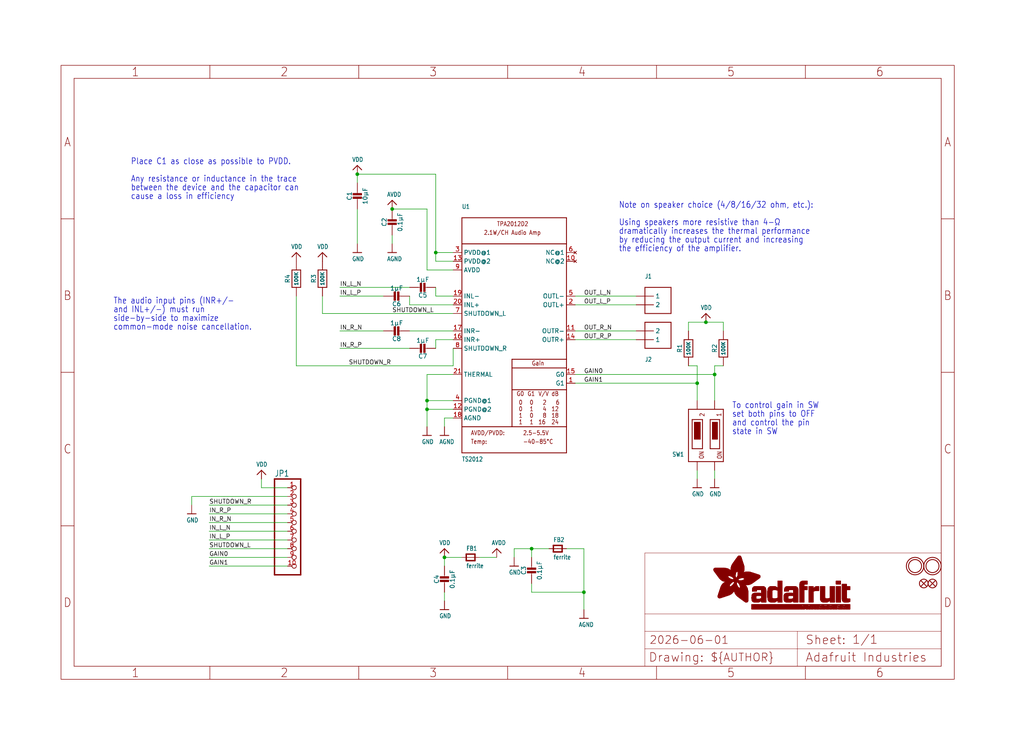
<source format=kicad_sch>
(kicad_sch (version 20230121) (generator eeschema)
  (paper "User" 298.45 217.322)
  (lib_symbols
    (symbol "working-eagle-import:AGND" (power)
      (property "Value" "AGND" (at -1.524 -2.54 0))
      (symbol "AGND_1_0"
        (pin power_in line (at 0 2.54 270) (length 2.54) (name "AGND") (number "1"))
      )
    )
    (symbol "working-eagle-import:AUDIOAMP_TPA2012D2"
      (property "Reference" "U" (at -15.24 33.02 0))
      (symbol "AUDIOAMP_TPA2012D2_1_0"
        (text "-40-85°C" (at 2.54 -35.56 0) (effects (font (size 1.27 1.0795)) (justify left bottom)))
        (text "0" (at 1.27 -26.035 0) (effects (font (size 1.27 1.0795)) (justify left bottom)))
        (text "0" (at 1.27 -24.13 0) (effects (font (size 1.27 1.0795)) (justify left bottom)))
        (text "0" (at 4.445 -27.94 0) (effects (font (size 1.27 1.0795)) (justify left bottom)))
        (text "0" (at 4.445 -24.13 0) (effects (font (size 1.27 1.0795)) (justify left bottom)))
        (text "1" (at 1.27 -29.845 0) (effects (font (size 1.27 1.0795)) (justify left bottom)))
        (text "1" (at 1.27 -27.94 0) (effects (font (size 1.27 1.0795)) (justify left bottom)))
        (text "1" (at 4.445 -29.845 0) (effects (font (size 1.27 1.0795)) (justify left bottom)))
        (text "1" (at 4.445 -26.035 0) (effects (font (size 1.27 1.0795)) (justify left bottom)))
        (text "12" (at 10.795 -26.035 0) (effects (font (size 1.27 1.0795)) (justify left bottom)))
        (text "16" (at 6.985 -29.845 0) (effects (font (size 1.27 1.0795)) (justify left bottom)))
        (text "18" (at 10.795 -27.94 0) (effects (font (size 1.27 1.0795)) (justify left bottom)))
        (text "2" (at 8.255 -24.13 0) (effects (font (size 1.27 1.0795)) (justify left bottom)))
        (text "2.1W/CH Audio Amp" (at -8.89 25.4 0) (effects (font (size 1.27 1.0795)) (justify left bottom)))
        (text "2.5-5.5V" (at 2.54 -33.02 0) (effects (font (size 1.27 1.0795)) (justify left bottom)))
        (text "24" (at 10.795 -29.845 0) (effects (font (size 1.27 1.0795)) (justify left bottom)))
        (text "4" (at 8.255 -26.035 0) (effects (font (size 1.27 1.0795)) (justify left bottom)))
        (text "6" (at 12.065 -24.13 0) (effects (font (size 1.27 1.0795)) (justify left bottom)))
        (text "8" (at 8.255 -27.94 0) (effects (font (size 1.27 1.0795)) (justify left bottom)))
        (text "AVDD/PVDD:" (at -12.7 -33.02 0) (effects (font (size 1.27 1.0795)) (justify left bottom)))
        (text "dB" (at 10.795 -21.59 0) (effects (font (size 1.27 1.0795)) (justify left bottom)))
        (text "G0" (at 0.635 -21.59 0) (effects (font (size 1.27 1.0795)) (justify left bottom)))
        (text "G1" (at 3.81 -21.59 0) (effects (font (size 1.27 1.0795)) (justify left bottom)))
        (text "Gain" (at 5.08 -12.7 0) (effects (font (size 1.27 1.0795)) (justify left bottom)))
        (text "Temp:" (at -12.7 -35.56 0) (effects (font (size 1.27 1.0795)) (justify left bottom)))
        (text "TPA2012D2" (at -5.08 27.94 0) (effects (font (size 1.27 1.0795)) (justify left bottom)))
        (text "V/V" (at 6.985 -21.59 0) (effects (font (size 1.27 1.0795)) (justify left bottom)))
        (pin input line (at 17.78 -17.78 180) (length 2.54) (name "G1") (number "1"))
        (pin no_connect line (at 17.78 17.78 180) (length 2.54) (name "NC@2") (number "10"))
        (pin output line (at 17.78 -2.54 180) (length 2.54) (name "OUTR-") (number "11"))
        (pin power_in line (at -17.78 -25.4 0) (length 2.54) (name "PGND@2") (number "12"))
        (pin power_in line (at -17.78 17.78 0) (length 2.54) (name "PVDD@2") (number "13"))
        (pin output line (at 17.78 -5.08 180) (length 2.54) (name "OUTR+") (number "14"))
        (pin input line (at 17.78 -15.24 180) (length 2.54) (name "G0") (number "15"))
        (pin input line (at -17.78 -5.08 0) (length 2.54) (name "INR+") (number "16"))
        (pin input line (at -17.78 -2.54 0) (length 2.54) (name "INR-") (number "17"))
        (pin power_in line (at -17.78 -27.94 0) (length 2.54) (name "AGND") (number "18"))
        (pin input line (at -17.78 7.62 0) (length 2.54) (name "INL-") (number "19"))
        (pin output line (at 17.78 5.08 180) (length 2.54) (name "OUTL+") (number "2"))
        (pin input line (at -17.78 5.08 0) (length 2.54) (name "INL+") (number "20"))
        (pin bidirectional line (at -17.78 -15.24 0) (length 2.54) (name "THERMAL") (number "21"))
        (pin power_in line (at -17.78 20.32 0) (length 2.54) (name "PVDD@1") (number "3"))
        (pin power_in line (at -17.78 -22.86 0) (length 2.54) (name "PGND@1") (number "4"))
        (pin output line (at 17.78 7.62 180) (length 2.54) (name "OUTL-") (number "5"))
        (pin no_connect line (at 17.78 20.32 180) (length 2.54) (name "NC@1") (number "6"))
        (pin input line (at -17.78 2.54 0) (length 2.54) (name "SHUTDOWN_L") (number "7"))
        (pin input line (at -17.78 -7.62 0) (length 2.54) (name "SHUTDOWN_R") (number "8"))
        (pin power_in line (at -17.78 15.24 0) (length 2.54) (name "AVDD") (number "9"))
      )
    )
    (symbol "working-eagle-import:AVDD" (power)
      (property "Value" "AVDD" (at -1.524 1.016 0))
      (symbol "AVDD_1_0"
        (pin power_in line (at 0 -2.54 90) (length 2.54) (name "AVDD") (number "1"))
      )
    )
    (symbol "working-eagle-import:CAP_CERAMIC_0805MP"
      (property "Reference" "C" (at -2.29 1.25 90))
      (symbol "CAP_CERAMIC_0805MP_1_0"
        (pin passive line (at 0 5.08 270) (length 2.54) (name "1") (number "1"))
        (pin passive line (at 0 -2.54 90) (length 2.54) (name "2") (number "2"))
      )
    )
    (symbol "working-eagle-import:DIPSWITCH_2PIN"
      (property "Reference" "SW" (at 6.35 4.826 0))
      (symbol "DIPSWITCH_2PIN_1_0"
        (text "1" (at -3.08 -5.434 900) (effects (font (size 1.27 1.0795)) (justify right top)))
        (text "2" (at 1.83 -5.434 900) (effects (font (size 1.27 1.0795)) (justify right top)))
        (text "ON" (at -3.25 6.934 900) (effects (font (size 1.27 1.0795)) (justify right top)))
        (text "ON" (at 2 6.934 900) (effects (font (size 1.27 1.0795)) (justify right top)))
        (pin bidirectional line (at -2.54 -10.16 90) (length 2.54) (name "1OFF") (number "1OFF"))
        (pin bidirectional line (at -2.54 10.16 270) (length 2.54) (name "1ON") (number "1ON"))
        (pin bidirectional line (at 2.54 -10.16 90) (length 2.54) (name "2OFF") (number "2OFF"))
        (pin bidirectional line (at 2.54 10.16 270) (length 2.54) (name "2ON") (number "2ON"))
      )
    )
    (symbol "working-eagle-import:FERRITE_0805MP"
      (property "Reference" "FB" (at -1.27 1.905 0))
      (symbol "FERRITE_0805MP_1_0"
        (pin passive line (at -2.54 0 0) (length 2.54) (name "P$1") (number "1"))
        (pin passive line (at 2.54 0 180) (length 2.54) (name "P$2") (number "2"))
      )
    )
    (symbol "working-eagle-import:FIDUCIAL{dblquote}{dblquote}")
    (symbol "working-eagle-import:FRAME_A4_ADAFRUIT"
      (symbol "FRAME_A4_ADAFRUIT_1_0"
        (text "${#}/${##}" (at 230.505 10.16 0) (effects (font (size 2.54 2.54)) (justify left bottom)))
        (text "${AUTHOR}" (at 189.23 5.08 0) (effects (font (size 2.286 2.286)) (justify left bottom)))
        (text "${CURRENT_DATE}" (at 171.45 10.16 0) (effects (font (size 2.286 2.286)) (justify left bottom)))
        (text "${PROJECTNAME}" (at 171.45 15.24 0) (effects (font (size 2.54 2.54)) (justify left bottom)))
        (text "1" (at 21.6958 1.905 0) (effects (font (size 2.54 2.286))))
        (text "1" (at 21.6958 177.165 0) (effects (font (size 2.54 2.286))))
        (text "2" (at 65.0875 1.905 0) (effects (font (size 2.54 2.286))))
        (text "2" (at 65.0875 177.165 0) (effects (font (size 2.54 2.286))))
        (text "3" (at 108.4792 1.905 0) (effects (font (size 2.54 2.286))))
        (text "3" (at 108.4792 177.165 0) (effects (font (size 2.54 2.286))))
        (text "4" (at 151.8708 1.905 0) (effects (font (size 2.54 2.286))))
        (text "4" (at 151.8708 177.165 0) (effects (font (size 2.54 2.286))))
        (text "5" (at 195.2625 1.905 0) (effects (font (size 2.54 2.286))))
        (text "5" (at 195.2625 177.165 0) (effects (font (size 2.54 2.286))))
        (text "6" (at 238.6542 1.905 0) (effects (font (size 2.54 2.286))))
        (text "6" (at 238.6542 177.165 0) (effects (font (size 2.54 2.286))))
        (text "A" (at 1.905 156.6863 0) (effects (font (size 2.54 2.286))))
        (text "A" (at 258.445 156.6863 0) (effects (font (size 2.54 2.286))))
        (text "Adafruit Industries" (at 216.916 4.953 0) (effects (font (size 2.54 2.54)) (justify left bottom)))
        (text "B" (at 1.905 111.9188 0) (effects (font (size 2.54 2.286))))
        (text "B" (at 258.445 111.9188 0) (effects (font (size 2.54 2.286))))
        (text "C" (at 1.905 67.1513 0) (effects (font (size 2.54 2.286))))
        (text "C" (at 258.445 67.1513 0) (effects (font (size 2.54 2.286))))
        (text "D" (at 1.905 22.3838 0) (effects (font (size 2.54 2.286))))
        (text "D" (at 258.445 22.3838 0) (effects (font (size 2.54 2.286))))
        (text "Drawing:" (at 171.196 4.953 0) (effects (font (size 2.54 2.54)) (justify left bottom)))
        (text "Sheet:" (at 216.916 10.033 0) (effects (font (size 2.54 2.54)) (justify left bottom)))
      )
    )
    (symbol "working-eagle-import:GND" (power)
      (property "Value" "GND" (at -1.524 -2.54 0))
      (symbol "GND_1_0"
        (pin power_in line (at 0 2.54 270) (length 2.54) (name "GND") (number "1"))
      )
    )
    (symbol "working-eagle-import:HEADER-1X1070MIL"
      (property "Reference" "JP" (at -6.35 13.335 0))
      (symbol "HEADER-1X1070MIL_1_0"
        (pin passive inverted (at -2.54 10.16 0) (length 2.54) (name "1") (number "1"))
        (pin passive inverted (at -2.54 -12.7 0) (length 2.54) (name "10") (number "10"))
        (pin passive inverted (at -2.54 7.62 0) (length 2.54) (name "2") (number "2"))
        (pin passive inverted (at -2.54 5.08 0) (length 2.54) (name "3") (number "3"))
        (pin passive inverted (at -2.54 2.54 0) (length 2.54) (name "4") (number "4"))
        (pin passive inverted (at -2.54 0 0) (length 2.54) (name "5") (number "5"))
        (pin passive inverted (at -2.54 -2.54 0) (length 2.54) (name "6") (number "6"))
        (pin passive inverted (at -2.54 -5.08 0) (length 2.54) (name "7") (number "7"))
        (pin passive inverted (at -2.54 -7.62 0) (length 2.54) (name "8") (number "8"))
        (pin passive inverted (at -2.54 -10.16 0) (length 2.54) (name "9") (number "9"))
      )
    )
    (symbol "working-eagle-import:MOUNTINGHOLE2.5_THICK")
    (symbol "working-eagle-import:RESISTOR_0805MP"
      (property "Reference" "R" (at 0 2.54 0))
      (symbol "RESISTOR_0805MP_1_0"
        (pin passive line (at -5.08 0 0) (length 2.54) (name "1") (number "1"))
        (pin passive line (at 5.08 0 180) (length 2.54) (name "2") (number "2"))
      )
    )
    (symbol "working-eagle-import:TERMBLOCK_1X2"
      (property "Reference" "X" (at -2.54 7.62 0))
      (symbol "TERMBLOCK_1X2_1_0"
        (pin passive line (at -5.08 2.54 0) (length 5.08) (name "1") (number "1"))
        (pin passive line (at -5.08 0 0) (length 5.08) (name "2") (number "2"))
      )
    )
    (symbol "working-eagle-import:VDD" (power)
      (property "Value" "VDD" (at -1.524 1.016 0))
      (symbol "VDD_1_0"
        (pin power_in line (at 0 -2.54 90) (length 2.54) (name "VDD") (number "1"))
      )
    )
  )
  (junction (at 104.14 50.8))
  (junction (at 124.46 116.84))
  (junction (at 203.2 111.76))
  (junction (at 124.46 119.38))
  (junction (at 208.28 109.22))
  (junction (at 170.18 172.72))
  (junction (at 205.74 93.98))
  (junction (at 114.3 60.96))
  (junction (at 154.94 160.02))
  (junction (at 129.54 162.56))
  (junction (at 127 73.66))
  (wire (pts (xy 127 101.6) (xy 127 99.06)) (stroke (width 0.1524)))
  (wire (pts (xy 119.38 96.52) (xy 132.08 96.52)) (stroke (width 0.1524)))
  (wire (pts (xy 104.14 60.96) (xy 104.14 71.12)) (stroke (width 0.1524)))
  (wire (pts (xy 124.46 119.38) (xy 124.46 124.46)) (stroke (width 0.1524)))
  (wire (pts (xy 165.1 160.02) (xy 170.18 160.02)) (stroke (width 0.1524)))
  (wire (pts (xy 129.54 162.56) (xy 129.54 165.1)) (stroke (width 0.1524)))
  (wire (pts (xy 86.36 106.68) (xy 86.36 86.36)) (stroke (width 0.1524)))
  (wire (pts (xy 99.06 83.82) (xy 119.38 83.82)) (stroke (width 0.1524)))
  (wire (pts (xy 167.64 111.76) (xy 203.2 111.76)) (stroke (width 0.1524)))
  (wire (pts (xy 124.46 116.84) (xy 124.46 119.38)) (stroke (width 0.1524)))
  (wire (pts (xy 203.2 109.22) (xy 203.2 106.68)) (stroke (width 0.1524)))
  (wire (pts (xy 167.64 88.9) (xy 185.42 88.9)) (stroke (width 0.1524)))
  (wire (pts (xy 139.7 162.56) (xy 144.78 162.56)) (stroke (width 0.1524)))
  (wire (pts (xy 132.08 78.74) (xy 124.46 78.74)) (stroke (width 0.1524)))
  (wire (pts (xy 208.28 109.22) (xy 208.28 106.68)) (stroke (width 0.1524)))
  (wire (pts (xy 83.82 162.56) (xy 60.96 162.56)) (stroke (width 0.1524)))
  (wire (pts (xy 83.82 165.1) (xy 60.96 165.1)) (stroke (width 0.1524)))
  (wire (pts (xy 124.46 60.96) (xy 114.3 60.96)) (stroke (width 0.1524)))
  (wire (pts (xy 167.64 96.52) (xy 185.42 96.52)) (stroke (width 0.1524)))
  (wire (pts (xy 55.88 144.78) (xy 83.82 144.78)) (stroke (width 0.1524)))
  (wire (pts (xy 127 86.36) (xy 127 83.82)) (stroke (width 0.1524)))
  (wire (pts (xy 149.86 160.02) (xy 149.86 162.56)) (stroke (width 0.1524)))
  (wire (pts (xy 76.2 142.24) (xy 76.2 139.7)) (stroke (width 0.1524)))
  (wire (pts (xy 167.64 99.06) (xy 185.42 99.06)) (stroke (width 0.1524)))
  (wire (pts (xy 129.54 162.56) (xy 134.62 162.56)) (stroke (width 0.1524)))
  (wire (pts (xy 170.18 160.02) (xy 170.18 172.72)) (stroke (width 0.1524)))
  (wire (pts (xy 154.94 160.02) (xy 149.86 160.02)) (stroke (width 0.1524)))
  (wire (pts (xy 127 76.2) (xy 127 73.66)) (stroke (width 0.1524)))
  (wire (pts (xy 104.14 50.8) (xy 104.14 53.34)) (stroke (width 0.1524)))
  (wire (pts (xy 132.08 91.44) (xy 93.98 91.44)) (stroke (width 0.1524)))
  (wire (pts (xy 132.08 101.6) (xy 132.08 106.68)) (stroke (width 0.1524)))
  (wire (pts (xy 208.28 106.68) (xy 210.82 106.68)) (stroke (width 0.1524)))
  (wire (pts (xy 83.82 160.02) (xy 60.96 160.02)) (stroke (width 0.1524)))
  (wire (pts (xy 154.94 160.02) (xy 154.94 162.56)) (stroke (width 0.1524)))
  (wire (pts (xy 83.82 152.4) (xy 60.96 152.4)) (stroke (width 0.1524)))
  (wire (pts (xy 83.82 157.48) (xy 60.96 157.48)) (stroke (width 0.1524)))
  (wire (pts (xy 83.82 147.32) (xy 60.96 147.32)) (stroke (width 0.1524)))
  (wire (pts (xy 127 99.06) (xy 132.08 99.06)) (stroke (width 0.1524)))
  (wire (pts (xy 83.82 154.94) (xy 60.96 154.94)) (stroke (width 0.1524)))
  (wire (pts (xy 129.54 121.92) (xy 129.54 124.46)) (stroke (width 0.1524)))
  (wire (pts (xy 210.82 93.98) (xy 205.74 93.98)) (stroke (width 0.1524)))
  (wire (pts (xy 132.08 116.84) (xy 124.46 116.84)) (stroke (width 0.1524)))
  (wire (pts (xy 83.82 142.24) (xy 76.2 142.24)) (stroke (width 0.1524)))
  (wire (pts (xy 132.08 76.2) (xy 127 76.2)) (stroke (width 0.1524)))
  (wire (pts (xy 132.08 86.36) (xy 127 86.36)) (stroke (width 0.1524)))
  (wire (pts (xy 154.94 172.72) (xy 170.18 172.72)) (stroke (width 0.1524)))
  (wire (pts (xy 132.08 119.38) (xy 124.46 119.38)) (stroke (width 0.1524)))
  (wire (pts (xy 203.2 111.76) (xy 203.2 109.22)) (stroke (width 0.1524)))
  (wire (pts (xy 167.64 86.36) (xy 185.42 86.36)) (stroke (width 0.1524)))
  (wire (pts (xy 99.06 101.6) (xy 119.38 101.6)) (stroke (width 0.1524)))
  (wire (pts (xy 208.28 116.84) (xy 208.28 109.22)) (stroke (width 0.1524)))
  (wire (pts (xy 208.28 137.16) (xy 208.28 139.7)) (stroke (width 0.1524)))
  (wire (pts (xy 129.54 172.72) (xy 129.54 175.26)) (stroke (width 0.1524)))
  (wire (pts (xy 55.88 144.78) (xy 55.88 147.32)) (stroke (width 0.1524)))
  (wire (pts (xy 203.2 106.68) (xy 200.66 106.68)) (stroke (width 0.1524)))
  (wire (pts (xy 93.98 91.44) (xy 93.98 86.36)) (stroke (width 0.1524)))
  (wire (pts (xy 203.2 116.84) (xy 203.2 111.76)) (stroke (width 0.1524)))
  (wire (pts (xy 200.66 96.52) (xy 200.66 93.98)) (stroke (width 0.1524)))
  (wire (pts (xy 124.46 78.74) (xy 124.46 60.96)) (stroke (width 0.1524)))
  (wire (pts (xy 119.38 86.36) (xy 119.38 88.9)) (stroke (width 0.1524)))
  (wire (pts (xy 83.82 149.86) (xy 60.96 149.86)) (stroke (width 0.1524)))
  (wire (pts (xy 132.08 73.66) (xy 127 73.66)) (stroke (width 0.1524)))
  (wire (pts (xy 124.46 109.22) (xy 124.46 116.84)) (stroke (width 0.1524)))
  (wire (pts (xy 119.38 88.9) (xy 132.08 88.9)) (stroke (width 0.1524)))
  (wire (pts (xy 200.66 93.98) (xy 205.74 93.98)) (stroke (width 0.1524)))
  (wire (pts (xy 210.82 96.52) (xy 210.82 93.98)) (stroke (width 0.1524)))
  (wire (pts (xy 132.08 121.92) (xy 129.54 121.92)) (stroke (width 0.1524)))
  (wire (pts (xy 154.94 170.18) (xy 154.94 172.72)) (stroke (width 0.1524)))
  (wire (pts (xy 127 50.8) (xy 104.14 50.8)) (stroke (width 0.1524)))
  (wire (pts (xy 132.08 106.68) (xy 86.36 106.68)) (stroke (width 0.1524)))
  (wire (pts (xy 127 73.66) (xy 127 50.8)) (stroke (width 0.1524)))
  (wire (pts (xy 111.76 96.52) (xy 99.06 96.52)) (stroke (width 0.1524)))
  (wire (pts (xy 114.3 68.58) (xy 114.3 71.12)) (stroke (width 0.1524)))
  (wire (pts (xy 111.76 86.36) (xy 99.06 86.36)) (stroke (width 0.1524)))
  (wire (pts (xy 203.2 137.16) (xy 203.2 139.7)) (stroke (width 0.1524)))
  (wire (pts (xy 132.08 109.22) (xy 124.46 109.22)) (stroke (width 0.1524)))
  (wire (pts (xy 167.64 109.22) (xy 208.28 109.22)) (stroke (width 0.1524)))
  (wire (pts (xy 170.18 172.72) (xy 170.18 177.8)) (stroke (width 0.1524)))
  (wire (pts (xy 160.02 160.02) (xy 154.94 160.02)) (stroke (width 0.1524)))
  (text "Note on speaker choice (4/8/16/32 ohm, etc.):" (at 180.34 60.96 0) (effects (font (size 1.778 1.5113)) (justify left bottom)))
  (text "state in SW" (at 213.36 127 0) (effects (font (size 1.778 1.5113)) (justify left bottom)))
  (text "between the device and the capacitor can" (at 38.1 55.88 0) (effects (font (size 1.778 1.5113)) (justify left bottom)))
  (text "set both pins to OFF" (at 213.36 121.92 0) (effects (font (size 1.778 1.5113)) (justify left bottom)))
  (text "by reducing the output current and increasing" (at 180.34 71.12 0) (effects (font (size 1.778 1.5113)) (justify left bottom)))
  (text "and INL+/-) must run" (at 33.02 91.44 0) (effects (font (size 1.778 1.5113)) (justify left bottom)))
  (text "side-by-side to maximize" (at 33.02 93.98 0) (effects (font (size 1.778 1.5113)) (justify left bottom)))
  (text "dramatically increases the thermal performance" (at 180.34 68.58 0) (effects (font (size 1.778 1.5113)) (justify left bottom)))
  (text "the efficiency of the amplifier." (at 180.34 73.66 0) (effects (font (size 1.778 1.5113)) (justify left bottom)))
  (text "common-mode noise cancellation." (at 33.02 96.52 0) (effects (font (size 1.778 1.5113)) (justify left bottom)))
  (text "The audio input pins (INR+/-" (at 33.02 88.9 0) (effects (font (size 1.778 1.5113)) (justify left bottom)))
  (text "Using speakers more resistive than 4-Ω" (at 180.34 66.04 0) (effects (font (size 1.778 1.5113)) (justify left bottom)))
  (text "Place C1 as close as possible to PVDD." (at 38.1 48.26 0) (effects (font (size 1.778 1.5113)) (justify left bottom)))
  (text "cause a loss in efficiency" (at 38.1 58.42 0) (effects (font (size 1.778 1.5113)) (justify left bottom)))
  (text "and control the pin" (at 213.36 124.46 0) (effects (font (size 1.778 1.5113)) (justify left bottom)))
  (text "Any resistance or inductance in the trace" (at 38.1 53.34 0) (effects (font (size 1.778 1.5113)) (justify left bottom)))
  (text "To control gain in SW" (at 213.36 119.38 0) (effects (font (size 1.778 1.5113)) (justify left bottom)))
  (label "GAIN0" (at 170.18 109.22 0) (effects (font (size 1.2446 1.2446))))
  (label "GAIN0" (at 60.96 162.56 0) (effects (font (size 1.2446 1.2446))))
  (label "OUT_R_N" (at 170.18 96.52 0) (effects (font (size 1.2446 1.2446))))
  (label "SHUTDOWN_R" (at 101.6 106.68 0) (effects (font (size 1.2446 1.2446))))
  (label "IN_L_N" (at 99.06 83.82 0) (effects (font (size 1.2446 1.2446))))
  (label "IN_R_P" (at 99.06 101.6 0) (effects (font (size 1.2446 1.2446))))
  (label "IN_R_P" (at 60.96 149.86 0) (effects (font (size 1.2446 1.2446))))
  (label "GAIN1" (at 170.18 111.76 0) (effects (font (size 1.2446 1.2446))))
  (label "IN_L_P" (at 60.96 157.48 0) (effects (font (size 1.2446 1.2446))))
  (label "IN_L_P" (at 99.06 86.36 0) (effects (font (size 1.2446 1.2446))))
  (label "IN_R_N" (at 60.96 152.4 0) (effects (font (size 1.2446 1.2446))))
  (label "OUT_L_N" (at 170.18 86.36 0) (effects (font (size 1.2446 1.2446))))
  (label "OUT_L_P" (at 170.18 88.9 0) (effects (font (size 1.2446 1.2446))))
  (label "GAIN1" (at 60.96 165.1 0) (effects (font (size 1.2446 1.2446))))
  (label "OUT_R_P" (at 170.18 99.06 0) (effects (font (size 1.2446 1.2446))))
  (label "SHUTDOWN_L" (at 114.3 91.44 0) (effects (font (size 1.2446 1.2446))))
  (label "SHUTDOWN_R" (at 60.96 147.32 0) (effects (font (size 1.2446 1.2446))))
  (label "IN_L_N" (at 60.96 154.94 0) (effects (font (size 1.2446 1.2446))))
  (label "IN_R_N" (at 99.06 96.52 0) (effects (font (size 1.2446 1.2446))))
  (label "SHUTDOWN_L" (at 60.96 160.02 0) (effects (font (size 1.2446 1.2446))))
  (symbol (lib_id "working-eagle-import:VDD") (at 205.74 91.44 0) (unit 1)
    (property "Reference" "#U$3" (effects hide))
    (property "Value" "VDD" (at 204.216 90.424 0) (effects (font (size 1.27 1.0795)) (justify left bottom)))
  )
  (symbol (lib_id "working-eagle-import:GND") (at 55.88 149.86 0) (unit 1)
    (property "Reference" "#U$19" (effects hide))
    (property "Value" "GND" (at 54.356 152.4 0) (effects (font (size 1.27 1.0795)) (justify left bottom)))
  )
  (symbol (lib_id "working-eagle-import:FRAME_A4_ADAFRUIT") (at 17.78 198.12 0) (unit 1)
    (property "Reference" "#U$1" (effects hide))
    (property "Value" "FRAME_A4_ADAFRUIT" (effects hide))
  )
  (symbol (lib_id "working-eagle-import:CAP_CERAMIC_0805MP") (at 114.3 66.04 0) (unit 1)
    (property "Reference" "C2" (at 112.01 64.79 90))
    (property "Value" "0.1µF" (at 116.6 64.79 90))
    (property "Footprint" "working:_0805MP" (effects hide))
  )
  (symbol (lib_id "working-eagle-import:AUDIOAMP_TPA2012D2") (at 149.86 93.98 0) (unit 1)
    (property "Reference" "U1" (at 134.62 60.96 0) (effects (font (size 1.27 1.0795)) (justify left bottom)))
    (property "Value" "TS2012" (at 134.62 134.62 0) (effects (font (size 1.27 1.0795)) (justify left bottom)))
    (property "Footprint" "working:WQFN20" (effects hide))
  )
  (symbol (lib_id "working-eagle-import:AGND") (at 170.18 180.34 0) (unit 1)
    (property "Reference" "#U$8" (effects hide))
    (property "Value" "AGND" (at 168.656 182.88 0) (effects (font (size 1.27 1.0795)) (justify left bottom)))
  )
  (symbol (lib_id "working-eagle-import:GND") (at 124.46 127 0) (unit 1)
    (property "Reference" "#U$5" (effects hide))
    (property "Value" "GND" (at 122.936 129.54 0) (effects (font (size 1.27 1.0795)) (justify left bottom)))
  )
  (symbol (lib_id "working-eagle-import:RESISTOR_0805MP") (at 210.82 101.6 90) (unit 1)
    (property "Reference" "R2" (at 208.28 101.6 0))
    (property "Value" "100K" (at 210.82 101.6 0) (effects (font (size 1.016 1.016) bold)))
    (property "Footprint" "working:_0805MP" (effects hide))
  )
  (symbol (lib_id "working-eagle-import:FERRITE_0805MP") (at 137.16 162.56 0) (unit 1)
    (property "Reference" "FB1" (at 135.89 160.655 0) (effects (font (size 1.27 1.0795)) (justify left bottom)))
    (property "Value" "ferrite" (at 135.89 165.735 0) (effects (font (size 1.27 1.0795)) (justify left bottom)))
    (property "Footprint" "working:_0805MP" (effects hide))
  )
  (symbol (lib_id "working-eagle-import:FIDUCIAL{dblquote}{dblquote}") (at 271.78 170.18 0) (unit 1)
    (property "Reference" "FID1" (effects hide))
    (property "Value" "FIDUCIAL{dblquote}{dblquote}" (effects hide))
    (property "Footprint" "working:FIDUCIAL_1MM" (effects hide))
  )
  (symbol (lib_id "working-eagle-import:GND") (at 203.2 142.24 0) (unit 1)
    (property "Reference" "#U$2" (effects hide))
    (property "Value" "GND" (at 201.676 144.78 0) (effects (font (size 1.27 1.0795)) (justify left bottom)))
  )
  (symbol (lib_id "working-eagle-import:AGND") (at 114.3 73.66 0) (unit 1)
    (property "Reference" "#U$16" (effects hide))
    (property "Value" "AGND" (at 112.776 76.2 0) (effects (font (size 1.27 1.0795)) (justify left bottom)))
  )
  (symbol (lib_id "working-eagle-import:HEADER-1X1070MIL") (at 86.36 152.4 0) (unit 1)
    (property "Reference" "JP1" (at 80.01 139.065 0) (effects (font (size 1.778 1.5113)) (justify left bottom)))
    (property "Value" "HEADER-1X1070MIL" (effects hide))
    (property "Footprint" "working:1X10_ROUND70" (effects hide))
  )
  (symbol (lib_id "working-eagle-import:RESISTOR_0805MP") (at 200.66 101.6 90) (unit 1)
    (property "Reference" "R1" (at 198.12 101.6 0))
    (property "Value" "100K" (at 200.66 101.6 0) (effects (font (size 1.016 1.016) bold)))
    (property "Footprint" "working:_0805MP" (effects hide))
  )
  (symbol (lib_id "working-eagle-import:CAP_CERAMIC_0805MP") (at 129.54 170.18 0) (unit 1)
    (property "Reference" "C4" (at 127.25 168.93 90))
    (property "Value" "0.1µF" (at 131.84 168.93 90))
    (property "Footprint" "working:_0805MP" (effects hide))
  )
  (symbol (lib_id "working-eagle-import:GND") (at 129.54 177.8 0) (unit 1)
    (property "Reference" "#U$17" (effects hide))
    (property "Value" "GND" (at 128.016 180.34 0) (effects (font (size 1.27 1.0795)) (justify left bottom)))
  )
  (symbol (lib_id "working-eagle-import:CAP_CERAMIC_0805MP") (at 116.84 96.52 90) (unit 1)
    (property "Reference" "C8" (at 115.59 98.81 90))
    (property "Value" "1µF" (at 115.59 94.22 90))
    (property "Footprint" "working:_0805MP" (effects hide))
  )
  (symbol (lib_id "working-eagle-import:GND") (at 149.86 165.1 0) (unit 1)
    (property "Reference" "#U$6" (effects hide))
    (property "Value" "GND" (at 148.336 167.64 0) (effects (font (size 1.27 1.0795)) (justify left bottom)))
  )
  (symbol (lib_id "working-eagle-import:CAP_CERAMIC_0805MP") (at 124.46 83.82 90) (unit 1)
    (property "Reference" "C5" (at 123.21 86.11 90))
    (property "Value" "1µF" (at 123.21 81.52 90))
    (property "Footprint" "working:_0805MP" (effects hide))
  )
  (symbol (lib_id "working-eagle-import:VDD") (at 76.2 137.16 0) (unit 1)
    (property "Reference" "#U$18" (effects hide))
    (property "Value" "VDD" (at 74.676 136.144 0) (effects (font (size 1.27 1.0795)) (justify left bottom)))
  )
  (symbol (lib_id "working-eagle-import:FIDUCIAL{dblquote}{dblquote}") (at 269.24 170.18 0) (unit 1)
    (property "Reference" "FID2" (effects hide))
    (property "Value" "FIDUCIAL{dblquote}{dblquote}" (effects hide))
    (property "Footprint" "working:FIDUCIAL_1MM" (effects hide))
  )
  (symbol (lib_id "working-eagle-import:CAP_CERAMIC_0805MP") (at 104.14 58.42 0) (unit 1)
    (property "Reference" "C1" (at 101.85 57.17 90))
    (property "Value" "10µF" (at 106.44 57.17 90))
    (property "Footprint" "working:_0805MP" (effects hide))
  )
  (symbol (lib_id "working-eagle-import:VDD") (at 129.54 160.02 0) (unit 1)
    (property "Reference" "#U$7" (effects hide))
    (property "Value" "VDD" (at 128.016 159.004 0) (effects (font (size 1.27 1.0795)) (justify left bottom)))
  )
  (symbol (lib_id "working-eagle-import:CAP_CERAMIC_0805MP") (at 154.94 167.64 0) (unit 1)
    (property "Reference" "C3" (at 152.65 166.39 90))
    (property "Value" "0.1µF" (at 157.24 166.39 90))
    (property "Footprint" "working:_0805MP" (effects hide))
  )
  (symbol (lib_id "working-eagle-import:TERMBLOCK_1X2") (at 190.5 96.52 0) (mirror x) (unit 1)
    (property "Reference" "J2" (at 187.96 104.14 0) (effects (font (size 1.27 1.0795)) (justify left bottom)))
    (property "Value" "TERMBLOCK_1X2" (effects hide))
    (property "Footprint" "working:TERMBLOCK_1X2-3.5MM" (effects hide))
  )
  (symbol (lib_id "working-eagle-import:CAP_CERAMIC_0805MP") (at 116.84 86.36 90) (unit 1)
    (property "Reference" "C6" (at 115.59 88.65 90))
    (property "Value" "1µF" (at 115.59 84.06 90))
    (property "Footprint" "working:_0805MP" (effects hide))
  )
  (symbol (lib_id "working-eagle-import:DIPSWITCH_2PIN") (at 205.74 127 180) (unit 1)
    (property "Reference" "SW1" (at 199.39 131.826 0) (effects (font (size 1.27 1.0795)) (justify left bottom)))
    (property "Value" "DIPSWITCH_2PIN" (effects hide))
    (property "Footprint" "working:DIPSWITCH_2PIN" (effects hide))
  )
  (symbol (lib_id "working-eagle-import:RESISTOR_0805MP") (at 93.98 81.28 90) (unit 1)
    (property "Reference" "R3" (at 91.44 81.28 0))
    (property "Value" "100K" (at 93.98 81.28 0) (effects (font (size 1.016 1.016) bold)))
    (property "Footprint" "working:_0805MP" (effects hide))
  )
  (symbol (lib_id "working-eagle-import:TERMBLOCK_1X2") (at 190.5 88.9 0) (unit 1)
    (property "Reference" "J1" (at 187.96 81.28 0) (effects (font (size 1.27 1.0795)) (justify left bottom)))
    (property "Value" "TERMBLOCK_1X2" (effects hide))
    (property "Footprint" "working:TERMBLOCK_1X2-3.5MM" (effects hide))
  )
  (symbol (lib_id "working-eagle-import:VDD") (at 104.14 48.26 0) (unit 1)
    (property "Reference" "#U$10" (effects hide))
    (property "Value" "VDD" (at 102.616 47.244 0) (effects (font (size 1.27 1.0795)) (justify left bottom)))
  )
  (symbol (lib_id "working-eagle-import:AGND") (at 129.54 127 0) (unit 1)
    (property "Reference" "#U$14" (effects hide))
    (property "Value" "AGND" (at 128.016 129.54 0) (effects (font (size 1.27 1.0795)) (justify left bottom)))
  )
  (symbol (lib_id "working-eagle-import:AVDD") (at 144.78 160.02 0) (unit 1)
    (property "Reference" "#U$9" (effects hide))
    (property "Value" "AVDD" (at 143.256 159.004 0) (effects (font (size 1.27 1.0795)) (justify left bottom)))
  )
  (symbol (lib_id "working-eagle-import:FERRITE_0805MP") (at 162.56 160.02 0) (unit 1)
    (property "Reference" "FB2" (at 161.29 158.115 0) (effects (font (size 1.27 1.0795)) (justify left bottom)))
    (property "Value" "ferrite" (at 161.29 163.195 0) (effects (font (size 1.27 1.0795)) (justify left bottom)))
    (property "Footprint" "working:_0805MP" (effects hide))
  )
  (symbol (lib_id "working-eagle-import:MOUNTINGHOLE2.5_THICK") (at 271.78 165.1 0) (unit 1)
    (property "Reference" "U$20" (effects hide))
    (property "Value" "MOUNTINGHOLE2.5_THICK" (effects hide))
    (property "Footprint" "working:MOUNTINGHOLE_2.5_PLATED_THICK" (effects hide))
  )
  (symbol (lib_id "working-eagle-import:RESISTOR_0805MP") (at 86.36 81.28 90) (unit 1)
    (property "Reference" "R4" (at 83.82 81.28 0))
    (property "Value" "100K" (at 86.36 81.28 0) (effects (font (size 1.016 1.016) bold)))
    (property "Footprint" "working:_0805MP" (effects hide))
  )
  (symbol (lib_id "working-eagle-import:VDD") (at 86.36 73.66 0) (unit 1)
    (property "Reference" "#U$13" (effects hide))
    (property "Value" "VDD" (at 84.836 72.644 0) (effects (font (size 1.27 1.0795)) (justify left bottom)))
  )
  (symbol (lib_id "working-eagle-import:GND") (at 208.28 142.24 0) (unit 1)
    (property "Reference" "#U$4" (effects hide))
    (property "Value" "GND" (at 206.756 144.78 0) (effects (font (size 1.27 1.0795)) (justify left bottom)))
  )
  (symbol (lib_id "working-eagle-import:MOUNTINGHOLE2.5_THICK") (at 266.7 165.1 0) (unit 1)
    (property "Reference" "U$21" (effects hide))
    (property "Value" "MOUNTINGHOLE2.5_THICK" (effects hide))
    (property "Footprint" "working:MOUNTINGHOLE_2.5_PLATED_THICK" (effects hide))
  )
  (symbol (lib_id "working-eagle-import:VDD") (at 93.98 73.66 0) (unit 1)
    (property "Reference" "#U$12" (effects hide))
    (property "Value" "VDD" (at 92.456 72.644 0) (effects (font (size 1.27 1.0795)) (justify left bottom)))
  )
  (symbol (lib_id "working-eagle-import:AVDD") (at 114.3 58.42 0) (unit 1)
    (property "Reference" "#U$15" (effects hide))
    (property "Value" "AVDD" (at 112.776 57.404 0) (effects (font (size 1.27 1.0795)) (justify left bottom)))
  )
  (symbol (lib_id "working-eagle-import:CAP_CERAMIC_0805MP") (at 124.46 101.6 90) (unit 1)
    (property "Reference" "C7" (at 123.21 103.89 90))
    (property "Value" "1µF" (at 123.21 99.3 90))
    (property "Footprint" "working:_0805MP" (effects hide))
  )
  (symbol (lib_id "working-eagle-import:GND") (at 104.14 73.66 0) (unit 1)
    (property "Reference" "#U$11" (effects hide))
    (property "Value" "GND" (at 102.616 76.2 0) (effects (font (size 1.27 1.0795)) (justify left bottom)))
  )
)
</source>
